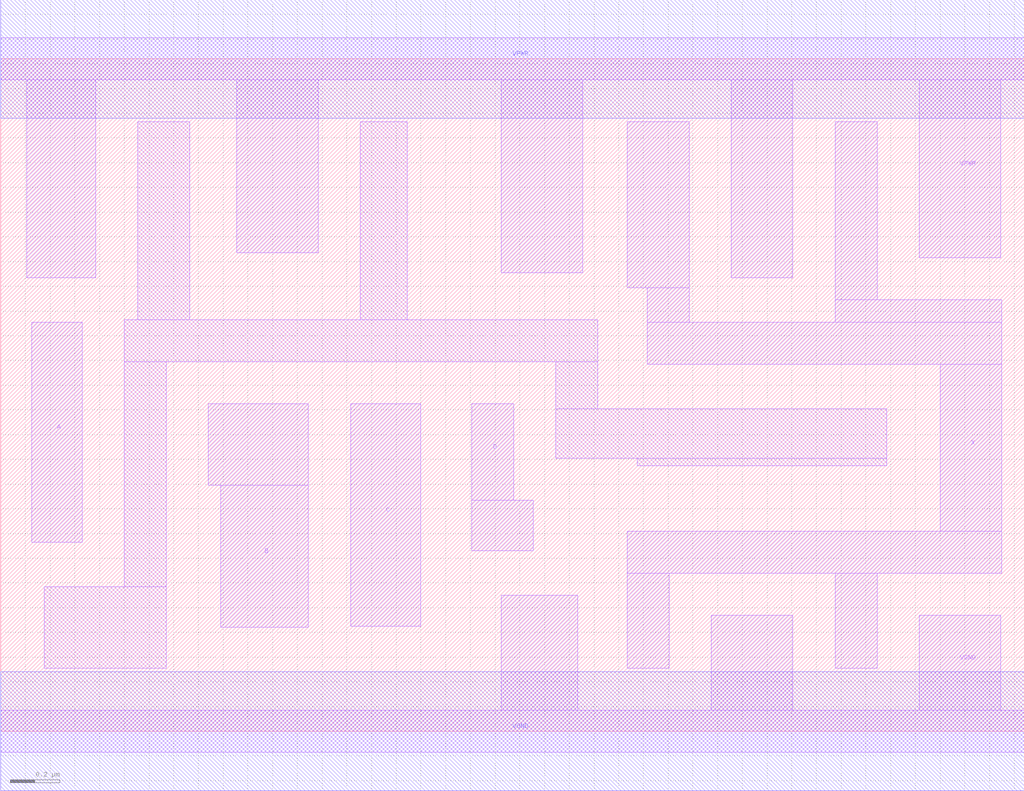
<source format=lef>
# Copyright 2020 The SkyWater PDK Authors
#
# Licensed under the Apache License, Version 2.0 (the "License");
# you may not use this file except in compliance with the License.
# You may obtain a copy of the License at
#
#     https://www.apache.org/licenses/LICENSE-2.0
#
# Unless required by applicable law or agreed to in writing, software
# distributed under the License is distributed on an "AS IS" BASIS,
# WITHOUT WARRANTIES OR CONDITIONS OF ANY KIND, either express or implied.
# See the License for the specific language governing permissions and
# limitations under the License.
#
# SPDX-License-Identifier: Apache-2.0

VERSION 5.5 ;
NAMESCASESENSITIVE ON ;
BUSBITCHARS "[]" ;
DIVIDERCHAR "/" ;
MACRO sky130_fd_sc_hd__and4_4
  CLASS CORE ;
  SOURCE USER ;
  ORIGIN  0.000000  0.000000 ;
  SIZE  4.140000 BY  2.720000 ;
  SYMMETRY X Y R90 ;
  SITE unithd ;
  PIN A
    ANTENNAGATEAREA  0.247500 ;
    DIRECTION INPUT ;
    USE SIGNAL ;
    PORT
      LAYER li1 ;
        RECT 0.125000 0.765000 0.330000 1.655000 ;
    END
  END A
  PIN B
    ANTENNAGATEAREA  0.247500 ;
    DIRECTION INPUT ;
    USE SIGNAL ;
    PORT
      LAYER li1 ;
        RECT 0.840000 0.995000 1.245000 1.325000 ;
        RECT 0.890000 0.420000 1.245000 0.995000 ;
    END
  END B
  PIN C
    ANTENNAGATEAREA  0.247500 ;
    DIRECTION INPUT ;
    USE SIGNAL ;
    PORT
      LAYER li1 ;
        RECT 1.415000 0.425000 1.700000 1.325000 ;
    END
  END C
  PIN D
    ANTENNAGATEAREA  0.247500 ;
    DIRECTION INPUT ;
    USE SIGNAL ;
    PORT
      LAYER li1 ;
        RECT 1.905000 0.730000 2.155000 0.935000 ;
        RECT 1.905000 0.935000 2.075000 1.325000 ;
    END
  END D
  PIN X
    ANTENNADIFFAREA  0.891000 ;
    DIRECTION OUTPUT ;
    USE SIGNAL ;
    PORT
      LAYER li1 ;
        RECT 2.535000 0.255000 2.705000 0.640000 ;
        RECT 2.535000 0.640000 4.050000 0.810000 ;
        RECT 2.535000 1.795000 2.785000 2.465000 ;
        RECT 2.615000 1.485000 4.050000 1.655000 ;
        RECT 2.615000 1.655000 2.785000 1.795000 ;
        RECT 3.375000 0.255000 3.545000 0.640000 ;
        RECT 3.375000 1.655000 4.050000 1.745000 ;
        RECT 3.375000 1.745000 3.545000 2.465000 ;
        RECT 3.800000 0.810000 4.050000 1.485000 ;
    END
  END X
  PIN VGND
    DIRECTION INOUT ;
    SHAPE ABUTMENT ;
    USE GROUND ;
    PORT
      LAYER li1 ;
        RECT 0.000000 -0.085000 4.140000 0.085000 ;
        RECT 2.025000  0.085000 2.335000 0.550000 ;
        RECT 2.875000  0.085000 3.205000 0.470000 ;
        RECT 3.715000  0.085000 4.045000 0.470000 ;
    END
    PORT
      LAYER met1 ;
        RECT 0.000000 -0.240000 4.140000 0.240000 ;
    END
  END VGND
  PIN VPWR
    DIRECTION INOUT ;
    SHAPE ABUTMENT ;
    USE POWER ;
    PORT
      LAYER li1 ;
        RECT 0.000000 2.635000 4.140000 2.805000 ;
        RECT 0.105000 1.835000 0.385000 2.635000 ;
        RECT 0.955000 1.935000 1.285000 2.635000 ;
        RECT 2.025000 1.855000 2.355000 2.635000 ;
        RECT 2.955000 1.835000 3.205000 2.635000 ;
        RECT 3.715000 1.915000 4.045000 2.635000 ;
    END
    PORT
      LAYER met1 ;
        RECT 0.000000 2.480000 4.140000 2.960000 ;
    END
  END VPWR
  OBS
    LAYER li1 ;
      RECT 0.175000 0.255000 0.670000 0.585000 ;
      RECT 0.500000 0.585000 0.670000 1.495000 ;
      RECT 0.500000 1.495000 2.415000 1.665000 ;
      RECT 0.555000 1.665000 0.765000 2.465000 ;
      RECT 1.455000 1.665000 1.645000 2.465000 ;
      RECT 2.245000 1.105000 3.585000 1.305000 ;
      RECT 2.245000 1.305000 2.415000 1.495000 ;
      RECT 2.575000 1.075000 3.585000 1.105000 ;
  END
END sky130_fd_sc_hd__and4_4

</source>
